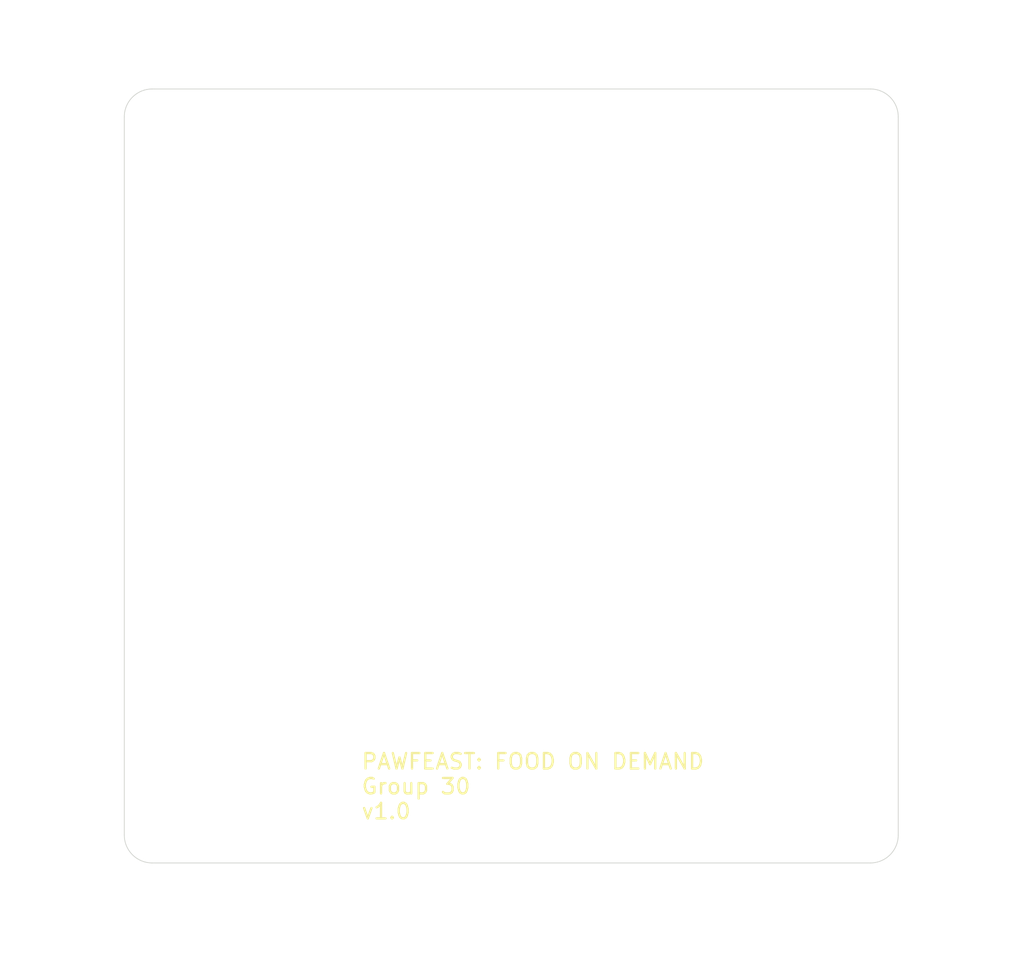
<source format=kicad_pcb>
(kicad_pcb (version 20221018) (generator pcbnew)
  (title_block (title "Template") (date "2022-08-16") (rev "0.0") (company "Illini Solar Car") (comment 1 "Designed By: Your Name"))
  (layers (0 "F.Cu" signal) (31 "B.Cu" signal) (34 "B.Paste" user) (35 "F.Paste" user) (36 "B.SilkS" user "B.Silkscreen") (37 "F.SilkS" user "F.Silkscreen") (38 "B.Mask" user) (39 "F.Mask" user) (44 "Edge.Cuts" user))
  (net 0 "")
  (footprint "MountingHole:MountingHole_3.2mm_M3" (layer "F.Cu") (at 83.6 140.4)
    (fp_text reference "H3" hide)
    (fp_text value "MountingHole")
    (pad "" np_thru_hole circle (at 0 0) (size 3.2 3.2) (drill 3.2) (layers "*.Cu" "*.Mask"))
  )
  (footprint "MountingHole:MountingHole_3.2mm_M3" (layer "F.Cu") (at 83.6 47.6)
    (fp_text reference "H1" hide)
    (fp_text value "MountingHole")
    (pad "" np_thru_hole circle (at 0 0) (size 3.2 3.2) (drill 3.2) (layers "*.Cu" "*.Mask"))
  )
  (footprint "MountingHole:MountingHole_3.2mm_M3" (layer "F.Cu") (at 176.4 140.4)
    (fp_text reference "H4" hide)
    (fp_text value "MountingHole")
    (pad "" np_thru_hole circle (at 0 0) (size 3.2 3.2) (drill 3.2) (layers "*.Cu" "*.Mask"))
  )
  (footprint "MountingHole:MountingHole_3.2mm_M3" (layer "F.Cu") (at 176.4 47.6)
    (fp_text reference "H2" hide)
    (fp_text value "MountingHole")
    (pad "" np_thru_hole circle (at 0 0) (size 3.2 3.2) (drill 3.2) (layers "*.Cu" "*.Mask"))
  )
  (gr_arc (start 80 47.6) (mid 81.054416 45.054416) (end 83.6 44) (stroke (width 0.1)) (layer "Edge.Cuts"))
  (gr_line (start 80 140.4) (end 80 47.6) (stroke (width 0.1)) (layer "Edge.Cuts"))
  (gr_arc (start 176.4 44) (mid 178.945584 45.054416) (end 180 47.6) (stroke (width 0.1)) (layer "Edge.Cuts"))
  (gr_line (start 176.4 144) (end 83.6 144) (stroke (width 0.1)) (layer "Edge.Cuts"))
  (gr_line (start 180 47.6) (end 180 140.4) (stroke (width 0.1)) (layer "Edge.Cuts"))
  (gr_arc (start 180 140.4) (mid 178.945584 142.945584) (end 176.4 144) (stroke (width 0.1)) (layer "Edge.Cuts"))
  (gr_line (start 83.6 44) (end 176.4 44) (stroke (width 0.1)) (layer "Edge.Cuts"))
  (gr_arc (start 83.6 144) (mid 81.054416 142.945584) (end 80 140.4) (stroke (width 0.1)) (layer "Edge.Cuts"))
  (gr_text "PAWFEAST: FOOD ON DEMAND\nGroup 30\nv1.0" (at 110.5 138.5) (layer "F.SilkS") (effects (font (size 2 2) (thickness 0.3)) (justify left bottom)))
)
</source>
